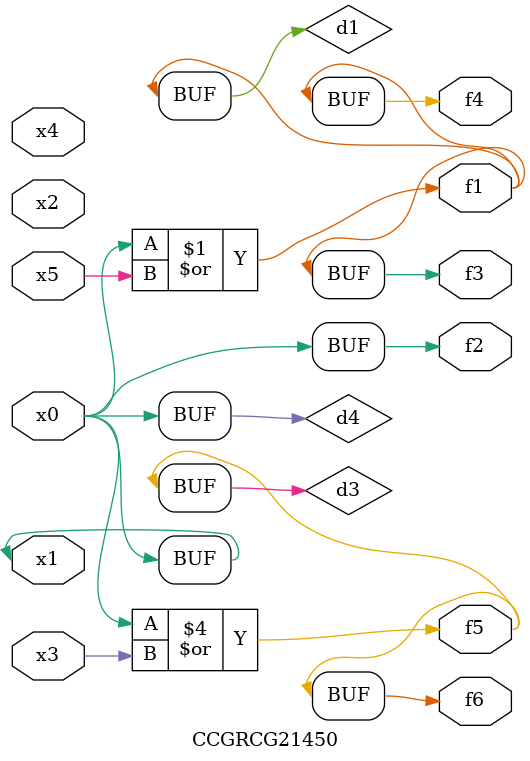
<source format=v>
module CCGRCG21450(
	input x0, x1, x2, x3, x4, x5,
	output f1, f2, f3, f4, f5, f6
);

	wire d1, d2, d3, d4;

	or (d1, x0, x5);
	xnor (d2, x1, x4);
	or (d3, x0, x3);
	buf (d4, x0, x1);
	assign f1 = d1;
	assign f2 = d4;
	assign f3 = d1;
	assign f4 = d1;
	assign f5 = d3;
	assign f6 = d3;
endmodule

</source>
